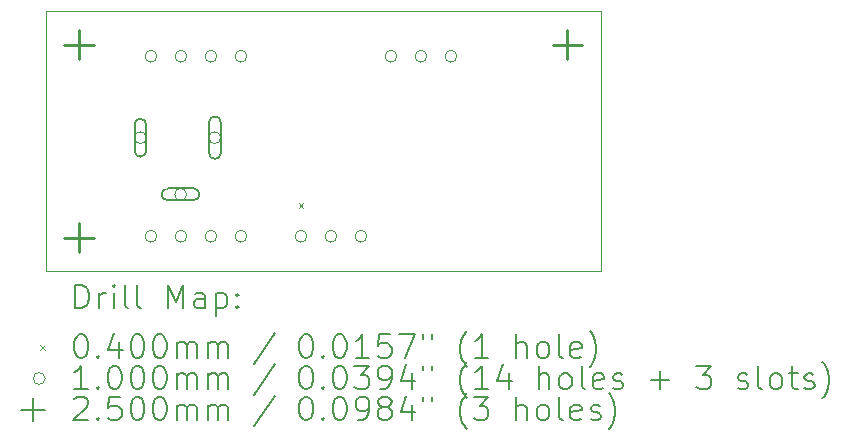
<source format=gbr>
%TF.GenerationSoftware,KiCad,Pcbnew,(6.0.8)*%
%TF.CreationDate,2022-11-18T22:41:02+01:00*%
%TF.ProjectId,Single-DCDC-Converter,53696e67-6c65-42d4-9443-44432d436f6e,rev?*%
%TF.SameCoordinates,Original*%
%TF.FileFunction,Drillmap*%
%TF.FilePolarity,Positive*%
%FSLAX45Y45*%
G04 Gerber Fmt 4.5, Leading zero omitted, Abs format (unit mm)*
G04 Created by KiCad (PCBNEW (6.0.8)) date 2022-11-18 22:41:02*
%MOMM*%
%LPD*%
G01*
G04 APERTURE LIST*
%ADD10C,0.100000*%
%ADD11C,0.200000*%
%ADD12C,0.040000*%
%ADD13C,0.250000*%
G04 APERTURE END LIST*
D10*
X11936620Y-5968820D02*
X7236620Y-5968820D01*
X7236620Y-5968820D02*
X7236620Y-8168820D01*
X7236620Y-8168820D02*
X11936620Y-8168820D01*
X11936620Y-8168820D02*
X11936620Y-5968820D01*
D11*
D12*
X9378000Y-7594920D02*
X9418000Y-7634920D01*
X9418000Y-7594920D02*
X9378000Y-7634920D01*
D10*
X8089020Y-7039380D02*
G75*
G03*
X8089020Y-7039380I-50000J0D01*
G01*
D11*
X7989020Y-6929380D02*
X7989020Y-7149380D01*
X8089020Y-6929380D02*
X8089020Y-7149380D01*
X7989020Y-7149380D02*
G75*
G03*
X8089020Y-7149380I50000J0D01*
G01*
X8089020Y-6929380D02*
G75*
G03*
X7989020Y-6929380I-50000J0D01*
G01*
D10*
X8178000Y-6350000D02*
G75*
G03*
X8178000Y-6350000I-50000J0D01*
G01*
X8178000Y-7874000D02*
G75*
G03*
X8178000Y-7874000I-50000J0D01*
G01*
X8429020Y-7519380D02*
G75*
G03*
X8429020Y-7519380I-50000J0D01*
G01*
D11*
X8489020Y-7469380D02*
X8269020Y-7469380D01*
X8489020Y-7569380D02*
X8269020Y-7569380D01*
X8269020Y-7469380D02*
G75*
G03*
X8269020Y-7569380I0J-50000D01*
G01*
X8489020Y-7569380D02*
G75*
G03*
X8489020Y-7469380I0J50000D01*
G01*
D10*
X8432000Y-6350000D02*
G75*
G03*
X8432000Y-6350000I-50000J0D01*
G01*
X8432000Y-7874000D02*
G75*
G03*
X8432000Y-7874000I-50000J0D01*
G01*
X8686000Y-6350000D02*
G75*
G03*
X8686000Y-6350000I-50000J0D01*
G01*
X8686000Y-7874000D02*
G75*
G03*
X8686000Y-7874000I-50000J0D01*
G01*
X8719020Y-7039380D02*
G75*
G03*
X8719020Y-7039380I-50000J0D01*
G01*
D11*
X8619020Y-6909380D02*
X8619020Y-7169380D01*
X8719020Y-6909380D02*
X8719020Y-7169380D01*
X8619020Y-7169380D02*
G75*
G03*
X8719020Y-7169380I50000J0D01*
G01*
X8719020Y-6909380D02*
G75*
G03*
X8619020Y-6909380I-50000J0D01*
G01*
D10*
X8940000Y-6350000D02*
G75*
G03*
X8940000Y-6350000I-50000J0D01*
G01*
X8940000Y-7874000D02*
G75*
G03*
X8940000Y-7874000I-50000J0D01*
G01*
X9448000Y-7874000D02*
G75*
G03*
X9448000Y-7874000I-50000J0D01*
G01*
X9702000Y-7874000D02*
G75*
G03*
X9702000Y-7874000I-50000J0D01*
G01*
X9956000Y-7874000D02*
G75*
G03*
X9956000Y-7874000I-50000J0D01*
G01*
X10210000Y-6350000D02*
G75*
G03*
X10210000Y-6350000I-50000J0D01*
G01*
X10464000Y-6350000D02*
G75*
G03*
X10464000Y-6350000I-50000J0D01*
G01*
X10718000Y-6350000D02*
G75*
G03*
X10718000Y-6350000I-50000J0D01*
G01*
D13*
X7520000Y-6127000D02*
X7520000Y-6377000D01*
X7395000Y-6252000D02*
X7645000Y-6252000D01*
X7520000Y-7761000D02*
X7520000Y-8011000D01*
X7395000Y-7886000D02*
X7645000Y-7886000D01*
X11653000Y-6127000D02*
X11653000Y-6377000D01*
X11528000Y-6252000D02*
X11778000Y-6252000D01*
D11*
X7489239Y-8484296D02*
X7489239Y-8284296D01*
X7536858Y-8284296D01*
X7565429Y-8293820D01*
X7584477Y-8312868D01*
X7594001Y-8331915D01*
X7603525Y-8370010D01*
X7603525Y-8398582D01*
X7594001Y-8436677D01*
X7584477Y-8455725D01*
X7565429Y-8474772D01*
X7536858Y-8484296D01*
X7489239Y-8484296D01*
X7689239Y-8484296D02*
X7689239Y-8350963D01*
X7689239Y-8389058D02*
X7698763Y-8370010D01*
X7708287Y-8360487D01*
X7727334Y-8350963D01*
X7746382Y-8350963D01*
X7813048Y-8484296D02*
X7813048Y-8350963D01*
X7813048Y-8284296D02*
X7803525Y-8293820D01*
X7813048Y-8303344D01*
X7822572Y-8293820D01*
X7813048Y-8284296D01*
X7813048Y-8303344D01*
X7936858Y-8484296D02*
X7917810Y-8474772D01*
X7908287Y-8455725D01*
X7908287Y-8284296D01*
X8041620Y-8484296D02*
X8022572Y-8474772D01*
X8013048Y-8455725D01*
X8013048Y-8284296D01*
X8270191Y-8484296D02*
X8270191Y-8284296D01*
X8336858Y-8427153D01*
X8403525Y-8284296D01*
X8403525Y-8484296D01*
X8584477Y-8484296D02*
X8584477Y-8379534D01*
X8574953Y-8360487D01*
X8555906Y-8350963D01*
X8517810Y-8350963D01*
X8498763Y-8360487D01*
X8584477Y-8474772D02*
X8565430Y-8484296D01*
X8517810Y-8484296D01*
X8498763Y-8474772D01*
X8489239Y-8455725D01*
X8489239Y-8436677D01*
X8498763Y-8417630D01*
X8517810Y-8408106D01*
X8565430Y-8408106D01*
X8584477Y-8398582D01*
X8679715Y-8350963D02*
X8679715Y-8550963D01*
X8679715Y-8360487D02*
X8698763Y-8350963D01*
X8736858Y-8350963D01*
X8755906Y-8360487D01*
X8765430Y-8370010D01*
X8774953Y-8389058D01*
X8774953Y-8446201D01*
X8765430Y-8465249D01*
X8755906Y-8474772D01*
X8736858Y-8484296D01*
X8698763Y-8484296D01*
X8679715Y-8474772D01*
X8860668Y-8465249D02*
X8870191Y-8474772D01*
X8860668Y-8484296D01*
X8851144Y-8474772D01*
X8860668Y-8465249D01*
X8860668Y-8484296D01*
X8860668Y-8360487D02*
X8870191Y-8370010D01*
X8860668Y-8379534D01*
X8851144Y-8370010D01*
X8860668Y-8360487D01*
X8860668Y-8379534D01*
D12*
X7191620Y-8793820D02*
X7231620Y-8833820D01*
X7231620Y-8793820D02*
X7191620Y-8833820D01*
D11*
X7527334Y-8704296D02*
X7546382Y-8704296D01*
X7565429Y-8713820D01*
X7574953Y-8723344D01*
X7584477Y-8742391D01*
X7594001Y-8780487D01*
X7594001Y-8828106D01*
X7584477Y-8866201D01*
X7574953Y-8885249D01*
X7565429Y-8894772D01*
X7546382Y-8904296D01*
X7527334Y-8904296D01*
X7508287Y-8894772D01*
X7498763Y-8885249D01*
X7489239Y-8866201D01*
X7479715Y-8828106D01*
X7479715Y-8780487D01*
X7489239Y-8742391D01*
X7498763Y-8723344D01*
X7508287Y-8713820D01*
X7527334Y-8704296D01*
X7679715Y-8885249D02*
X7689239Y-8894772D01*
X7679715Y-8904296D01*
X7670191Y-8894772D01*
X7679715Y-8885249D01*
X7679715Y-8904296D01*
X7860668Y-8770963D02*
X7860668Y-8904296D01*
X7813048Y-8694772D02*
X7765429Y-8837630D01*
X7889239Y-8837630D01*
X8003525Y-8704296D02*
X8022572Y-8704296D01*
X8041620Y-8713820D01*
X8051144Y-8723344D01*
X8060668Y-8742391D01*
X8070191Y-8780487D01*
X8070191Y-8828106D01*
X8060668Y-8866201D01*
X8051144Y-8885249D01*
X8041620Y-8894772D01*
X8022572Y-8904296D01*
X8003525Y-8904296D01*
X7984477Y-8894772D01*
X7974953Y-8885249D01*
X7965429Y-8866201D01*
X7955906Y-8828106D01*
X7955906Y-8780487D01*
X7965429Y-8742391D01*
X7974953Y-8723344D01*
X7984477Y-8713820D01*
X8003525Y-8704296D01*
X8194001Y-8704296D02*
X8213048Y-8704296D01*
X8232096Y-8713820D01*
X8241620Y-8723344D01*
X8251144Y-8742391D01*
X8260668Y-8780487D01*
X8260668Y-8828106D01*
X8251144Y-8866201D01*
X8241620Y-8885249D01*
X8232096Y-8894772D01*
X8213048Y-8904296D01*
X8194001Y-8904296D01*
X8174953Y-8894772D01*
X8165429Y-8885249D01*
X8155906Y-8866201D01*
X8146382Y-8828106D01*
X8146382Y-8780487D01*
X8155906Y-8742391D01*
X8165429Y-8723344D01*
X8174953Y-8713820D01*
X8194001Y-8704296D01*
X8346382Y-8904296D02*
X8346382Y-8770963D01*
X8346382Y-8790010D02*
X8355906Y-8780487D01*
X8374953Y-8770963D01*
X8403525Y-8770963D01*
X8422572Y-8780487D01*
X8432096Y-8799534D01*
X8432096Y-8904296D01*
X8432096Y-8799534D02*
X8441620Y-8780487D01*
X8460668Y-8770963D01*
X8489239Y-8770963D01*
X8508287Y-8780487D01*
X8517810Y-8799534D01*
X8517810Y-8904296D01*
X8613049Y-8904296D02*
X8613049Y-8770963D01*
X8613049Y-8790010D02*
X8622572Y-8780487D01*
X8641620Y-8770963D01*
X8670191Y-8770963D01*
X8689239Y-8780487D01*
X8698763Y-8799534D01*
X8698763Y-8904296D01*
X8698763Y-8799534D02*
X8708287Y-8780487D01*
X8727334Y-8770963D01*
X8755906Y-8770963D01*
X8774953Y-8780487D01*
X8784477Y-8799534D01*
X8784477Y-8904296D01*
X9174953Y-8694772D02*
X9003525Y-8951915D01*
X9432096Y-8704296D02*
X9451144Y-8704296D01*
X9470191Y-8713820D01*
X9479715Y-8723344D01*
X9489239Y-8742391D01*
X9498763Y-8780487D01*
X9498763Y-8828106D01*
X9489239Y-8866201D01*
X9479715Y-8885249D01*
X9470191Y-8894772D01*
X9451144Y-8904296D01*
X9432096Y-8904296D01*
X9413049Y-8894772D01*
X9403525Y-8885249D01*
X9394001Y-8866201D01*
X9384477Y-8828106D01*
X9384477Y-8780487D01*
X9394001Y-8742391D01*
X9403525Y-8723344D01*
X9413049Y-8713820D01*
X9432096Y-8704296D01*
X9584477Y-8885249D02*
X9594001Y-8894772D01*
X9584477Y-8904296D01*
X9574953Y-8894772D01*
X9584477Y-8885249D01*
X9584477Y-8904296D01*
X9717810Y-8704296D02*
X9736858Y-8704296D01*
X9755906Y-8713820D01*
X9765430Y-8723344D01*
X9774953Y-8742391D01*
X9784477Y-8780487D01*
X9784477Y-8828106D01*
X9774953Y-8866201D01*
X9765430Y-8885249D01*
X9755906Y-8894772D01*
X9736858Y-8904296D01*
X9717810Y-8904296D01*
X9698763Y-8894772D01*
X9689239Y-8885249D01*
X9679715Y-8866201D01*
X9670191Y-8828106D01*
X9670191Y-8780487D01*
X9679715Y-8742391D01*
X9689239Y-8723344D01*
X9698763Y-8713820D01*
X9717810Y-8704296D01*
X9974953Y-8904296D02*
X9860668Y-8904296D01*
X9917810Y-8904296D02*
X9917810Y-8704296D01*
X9898763Y-8732868D01*
X9879715Y-8751915D01*
X9860668Y-8761439D01*
X10155906Y-8704296D02*
X10060668Y-8704296D01*
X10051144Y-8799534D01*
X10060668Y-8790010D01*
X10079715Y-8780487D01*
X10127334Y-8780487D01*
X10146382Y-8790010D01*
X10155906Y-8799534D01*
X10165430Y-8818582D01*
X10165430Y-8866201D01*
X10155906Y-8885249D01*
X10146382Y-8894772D01*
X10127334Y-8904296D01*
X10079715Y-8904296D01*
X10060668Y-8894772D01*
X10051144Y-8885249D01*
X10232096Y-8704296D02*
X10365430Y-8704296D01*
X10279715Y-8904296D01*
X10432096Y-8704296D02*
X10432096Y-8742391D01*
X10508287Y-8704296D02*
X10508287Y-8742391D01*
X10803525Y-8980487D02*
X10794001Y-8970963D01*
X10774953Y-8942391D01*
X10765430Y-8923344D01*
X10755906Y-8894772D01*
X10746382Y-8847153D01*
X10746382Y-8809058D01*
X10755906Y-8761439D01*
X10765430Y-8732868D01*
X10774953Y-8713820D01*
X10794001Y-8685249D01*
X10803525Y-8675725D01*
X10984477Y-8904296D02*
X10870191Y-8904296D01*
X10927334Y-8904296D02*
X10927334Y-8704296D01*
X10908287Y-8732868D01*
X10889239Y-8751915D01*
X10870191Y-8761439D01*
X11222572Y-8904296D02*
X11222572Y-8704296D01*
X11308287Y-8904296D02*
X11308287Y-8799534D01*
X11298763Y-8780487D01*
X11279715Y-8770963D01*
X11251144Y-8770963D01*
X11232096Y-8780487D01*
X11222572Y-8790010D01*
X11432096Y-8904296D02*
X11413048Y-8894772D01*
X11403525Y-8885249D01*
X11394001Y-8866201D01*
X11394001Y-8809058D01*
X11403525Y-8790010D01*
X11413048Y-8780487D01*
X11432096Y-8770963D01*
X11460668Y-8770963D01*
X11479715Y-8780487D01*
X11489239Y-8790010D01*
X11498763Y-8809058D01*
X11498763Y-8866201D01*
X11489239Y-8885249D01*
X11479715Y-8894772D01*
X11460668Y-8904296D01*
X11432096Y-8904296D01*
X11613048Y-8904296D02*
X11594001Y-8894772D01*
X11584477Y-8875725D01*
X11584477Y-8704296D01*
X11765429Y-8894772D02*
X11746382Y-8904296D01*
X11708287Y-8904296D01*
X11689239Y-8894772D01*
X11679715Y-8875725D01*
X11679715Y-8799534D01*
X11689239Y-8780487D01*
X11708287Y-8770963D01*
X11746382Y-8770963D01*
X11765429Y-8780487D01*
X11774953Y-8799534D01*
X11774953Y-8818582D01*
X11679715Y-8837630D01*
X11841620Y-8980487D02*
X11851144Y-8970963D01*
X11870191Y-8942391D01*
X11879715Y-8923344D01*
X11889239Y-8894772D01*
X11898763Y-8847153D01*
X11898763Y-8809058D01*
X11889239Y-8761439D01*
X11879715Y-8732868D01*
X11870191Y-8713820D01*
X11851144Y-8685249D01*
X11841620Y-8675725D01*
D10*
X7231620Y-9077820D02*
G75*
G03*
X7231620Y-9077820I-50000J0D01*
G01*
D11*
X7594001Y-9168296D02*
X7479715Y-9168296D01*
X7536858Y-9168296D02*
X7536858Y-8968296D01*
X7517810Y-8996868D01*
X7498763Y-9015915D01*
X7479715Y-9025439D01*
X7679715Y-9149249D02*
X7689239Y-9158772D01*
X7679715Y-9168296D01*
X7670191Y-9158772D01*
X7679715Y-9149249D01*
X7679715Y-9168296D01*
X7813048Y-8968296D02*
X7832096Y-8968296D01*
X7851144Y-8977820D01*
X7860668Y-8987344D01*
X7870191Y-9006391D01*
X7879715Y-9044487D01*
X7879715Y-9092106D01*
X7870191Y-9130201D01*
X7860668Y-9149249D01*
X7851144Y-9158772D01*
X7832096Y-9168296D01*
X7813048Y-9168296D01*
X7794001Y-9158772D01*
X7784477Y-9149249D01*
X7774953Y-9130201D01*
X7765429Y-9092106D01*
X7765429Y-9044487D01*
X7774953Y-9006391D01*
X7784477Y-8987344D01*
X7794001Y-8977820D01*
X7813048Y-8968296D01*
X8003525Y-8968296D02*
X8022572Y-8968296D01*
X8041620Y-8977820D01*
X8051144Y-8987344D01*
X8060668Y-9006391D01*
X8070191Y-9044487D01*
X8070191Y-9092106D01*
X8060668Y-9130201D01*
X8051144Y-9149249D01*
X8041620Y-9158772D01*
X8022572Y-9168296D01*
X8003525Y-9168296D01*
X7984477Y-9158772D01*
X7974953Y-9149249D01*
X7965429Y-9130201D01*
X7955906Y-9092106D01*
X7955906Y-9044487D01*
X7965429Y-9006391D01*
X7974953Y-8987344D01*
X7984477Y-8977820D01*
X8003525Y-8968296D01*
X8194001Y-8968296D02*
X8213048Y-8968296D01*
X8232096Y-8977820D01*
X8241620Y-8987344D01*
X8251144Y-9006391D01*
X8260668Y-9044487D01*
X8260668Y-9092106D01*
X8251144Y-9130201D01*
X8241620Y-9149249D01*
X8232096Y-9158772D01*
X8213048Y-9168296D01*
X8194001Y-9168296D01*
X8174953Y-9158772D01*
X8165429Y-9149249D01*
X8155906Y-9130201D01*
X8146382Y-9092106D01*
X8146382Y-9044487D01*
X8155906Y-9006391D01*
X8165429Y-8987344D01*
X8174953Y-8977820D01*
X8194001Y-8968296D01*
X8346382Y-9168296D02*
X8346382Y-9034963D01*
X8346382Y-9054010D02*
X8355906Y-9044487D01*
X8374953Y-9034963D01*
X8403525Y-9034963D01*
X8422572Y-9044487D01*
X8432096Y-9063534D01*
X8432096Y-9168296D01*
X8432096Y-9063534D02*
X8441620Y-9044487D01*
X8460668Y-9034963D01*
X8489239Y-9034963D01*
X8508287Y-9044487D01*
X8517810Y-9063534D01*
X8517810Y-9168296D01*
X8613049Y-9168296D02*
X8613049Y-9034963D01*
X8613049Y-9054010D02*
X8622572Y-9044487D01*
X8641620Y-9034963D01*
X8670191Y-9034963D01*
X8689239Y-9044487D01*
X8698763Y-9063534D01*
X8698763Y-9168296D01*
X8698763Y-9063534D02*
X8708287Y-9044487D01*
X8727334Y-9034963D01*
X8755906Y-9034963D01*
X8774953Y-9044487D01*
X8784477Y-9063534D01*
X8784477Y-9168296D01*
X9174953Y-8958772D02*
X9003525Y-9215915D01*
X9432096Y-8968296D02*
X9451144Y-8968296D01*
X9470191Y-8977820D01*
X9479715Y-8987344D01*
X9489239Y-9006391D01*
X9498763Y-9044487D01*
X9498763Y-9092106D01*
X9489239Y-9130201D01*
X9479715Y-9149249D01*
X9470191Y-9158772D01*
X9451144Y-9168296D01*
X9432096Y-9168296D01*
X9413049Y-9158772D01*
X9403525Y-9149249D01*
X9394001Y-9130201D01*
X9384477Y-9092106D01*
X9384477Y-9044487D01*
X9394001Y-9006391D01*
X9403525Y-8987344D01*
X9413049Y-8977820D01*
X9432096Y-8968296D01*
X9584477Y-9149249D02*
X9594001Y-9158772D01*
X9584477Y-9168296D01*
X9574953Y-9158772D01*
X9584477Y-9149249D01*
X9584477Y-9168296D01*
X9717810Y-8968296D02*
X9736858Y-8968296D01*
X9755906Y-8977820D01*
X9765430Y-8987344D01*
X9774953Y-9006391D01*
X9784477Y-9044487D01*
X9784477Y-9092106D01*
X9774953Y-9130201D01*
X9765430Y-9149249D01*
X9755906Y-9158772D01*
X9736858Y-9168296D01*
X9717810Y-9168296D01*
X9698763Y-9158772D01*
X9689239Y-9149249D01*
X9679715Y-9130201D01*
X9670191Y-9092106D01*
X9670191Y-9044487D01*
X9679715Y-9006391D01*
X9689239Y-8987344D01*
X9698763Y-8977820D01*
X9717810Y-8968296D01*
X9851144Y-8968296D02*
X9974953Y-8968296D01*
X9908287Y-9044487D01*
X9936858Y-9044487D01*
X9955906Y-9054010D01*
X9965430Y-9063534D01*
X9974953Y-9082582D01*
X9974953Y-9130201D01*
X9965430Y-9149249D01*
X9955906Y-9158772D01*
X9936858Y-9168296D01*
X9879715Y-9168296D01*
X9860668Y-9158772D01*
X9851144Y-9149249D01*
X10070191Y-9168296D02*
X10108287Y-9168296D01*
X10127334Y-9158772D01*
X10136858Y-9149249D01*
X10155906Y-9120677D01*
X10165430Y-9082582D01*
X10165430Y-9006391D01*
X10155906Y-8987344D01*
X10146382Y-8977820D01*
X10127334Y-8968296D01*
X10089239Y-8968296D01*
X10070191Y-8977820D01*
X10060668Y-8987344D01*
X10051144Y-9006391D01*
X10051144Y-9054010D01*
X10060668Y-9073058D01*
X10070191Y-9082582D01*
X10089239Y-9092106D01*
X10127334Y-9092106D01*
X10146382Y-9082582D01*
X10155906Y-9073058D01*
X10165430Y-9054010D01*
X10336858Y-9034963D02*
X10336858Y-9168296D01*
X10289239Y-8958772D02*
X10241620Y-9101630D01*
X10365430Y-9101630D01*
X10432096Y-8968296D02*
X10432096Y-9006391D01*
X10508287Y-8968296D02*
X10508287Y-9006391D01*
X10803525Y-9244487D02*
X10794001Y-9234963D01*
X10774953Y-9206391D01*
X10765430Y-9187344D01*
X10755906Y-9158772D01*
X10746382Y-9111153D01*
X10746382Y-9073058D01*
X10755906Y-9025439D01*
X10765430Y-8996868D01*
X10774953Y-8977820D01*
X10794001Y-8949249D01*
X10803525Y-8939725D01*
X10984477Y-9168296D02*
X10870191Y-9168296D01*
X10927334Y-9168296D02*
X10927334Y-8968296D01*
X10908287Y-8996868D01*
X10889239Y-9015915D01*
X10870191Y-9025439D01*
X11155906Y-9034963D02*
X11155906Y-9168296D01*
X11108287Y-8958772D02*
X11060668Y-9101630D01*
X11184477Y-9101630D01*
X11413048Y-9168296D02*
X11413048Y-8968296D01*
X11498763Y-9168296D02*
X11498763Y-9063534D01*
X11489239Y-9044487D01*
X11470191Y-9034963D01*
X11441620Y-9034963D01*
X11422572Y-9044487D01*
X11413048Y-9054010D01*
X11622572Y-9168296D02*
X11603525Y-9158772D01*
X11594001Y-9149249D01*
X11584477Y-9130201D01*
X11584477Y-9073058D01*
X11594001Y-9054010D01*
X11603525Y-9044487D01*
X11622572Y-9034963D01*
X11651144Y-9034963D01*
X11670191Y-9044487D01*
X11679715Y-9054010D01*
X11689239Y-9073058D01*
X11689239Y-9130201D01*
X11679715Y-9149249D01*
X11670191Y-9158772D01*
X11651144Y-9168296D01*
X11622572Y-9168296D01*
X11803525Y-9168296D02*
X11784477Y-9158772D01*
X11774953Y-9139725D01*
X11774953Y-8968296D01*
X11955906Y-9158772D02*
X11936858Y-9168296D01*
X11898763Y-9168296D01*
X11879715Y-9158772D01*
X11870191Y-9139725D01*
X11870191Y-9063534D01*
X11879715Y-9044487D01*
X11898763Y-9034963D01*
X11936858Y-9034963D01*
X11955906Y-9044487D01*
X11965429Y-9063534D01*
X11965429Y-9082582D01*
X11870191Y-9101630D01*
X12041620Y-9158772D02*
X12060668Y-9168296D01*
X12098763Y-9168296D01*
X12117810Y-9158772D01*
X12127334Y-9139725D01*
X12127334Y-9130201D01*
X12117810Y-9111153D01*
X12098763Y-9101630D01*
X12070191Y-9101630D01*
X12051144Y-9092106D01*
X12041620Y-9073058D01*
X12041620Y-9063534D01*
X12051144Y-9044487D01*
X12070191Y-9034963D01*
X12098763Y-9034963D01*
X12117810Y-9044487D01*
X12365429Y-9092106D02*
X12517810Y-9092106D01*
X12441620Y-9168296D02*
X12441620Y-9015915D01*
X12746382Y-8968296D02*
X12870191Y-8968296D01*
X12803525Y-9044487D01*
X12832096Y-9044487D01*
X12851144Y-9054010D01*
X12860668Y-9063534D01*
X12870191Y-9082582D01*
X12870191Y-9130201D01*
X12860668Y-9149249D01*
X12851144Y-9158772D01*
X12832096Y-9168296D01*
X12774953Y-9168296D01*
X12755906Y-9158772D01*
X12746382Y-9149249D01*
X13098763Y-9158772D02*
X13117810Y-9168296D01*
X13155906Y-9168296D01*
X13174953Y-9158772D01*
X13184477Y-9139725D01*
X13184477Y-9130201D01*
X13174953Y-9111153D01*
X13155906Y-9101630D01*
X13127334Y-9101630D01*
X13108287Y-9092106D01*
X13098763Y-9073058D01*
X13098763Y-9063534D01*
X13108287Y-9044487D01*
X13127334Y-9034963D01*
X13155906Y-9034963D01*
X13174953Y-9044487D01*
X13298763Y-9168296D02*
X13279715Y-9158772D01*
X13270191Y-9139725D01*
X13270191Y-8968296D01*
X13403525Y-9168296D02*
X13384477Y-9158772D01*
X13374953Y-9149249D01*
X13365429Y-9130201D01*
X13365429Y-9073058D01*
X13374953Y-9054010D01*
X13384477Y-9044487D01*
X13403525Y-9034963D01*
X13432096Y-9034963D01*
X13451144Y-9044487D01*
X13460668Y-9054010D01*
X13470191Y-9073058D01*
X13470191Y-9130201D01*
X13460668Y-9149249D01*
X13451144Y-9158772D01*
X13432096Y-9168296D01*
X13403525Y-9168296D01*
X13527334Y-9034963D02*
X13603525Y-9034963D01*
X13555906Y-8968296D02*
X13555906Y-9139725D01*
X13565429Y-9158772D01*
X13584477Y-9168296D01*
X13603525Y-9168296D01*
X13660668Y-9158772D02*
X13679715Y-9168296D01*
X13717810Y-9168296D01*
X13736858Y-9158772D01*
X13746382Y-9139725D01*
X13746382Y-9130201D01*
X13736858Y-9111153D01*
X13717810Y-9101630D01*
X13689239Y-9101630D01*
X13670191Y-9092106D01*
X13660668Y-9073058D01*
X13660668Y-9063534D01*
X13670191Y-9044487D01*
X13689239Y-9034963D01*
X13717810Y-9034963D01*
X13736858Y-9044487D01*
X13813048Y-9244487D02*
X13822572Y-9234963D01*
X13841620Y-9206391D01*
X13851144Y-9187344D01*
X13860668Y-9158772D01*
X13870191Y-9111153D01*
X13870191Y-9073058D01*
X13860668Y-9025439D01*
X13851144Y-8996868D01*
X13841620Y-8977820D01*
X13822572Y-8949249D01*
X13813048Y-8939725D01*
X7131620Y-9241820D02*
X7131620Y-9441820D01*
X7031620Y-9341820D02*
X7231620Y-9341820D01*
X7479715Y-9251344D02*
X7489239Y-9241820D01*
X7508287Y-9232296D01*
X7555906Y-9232296D01*
X7574953Y-9241820D01*
X7584477Y-9251344D01*
X7594001Y-9270391D01*
X7594001Y-9289439D01*
X7584477Y-9318010D01*
X7470191Y-9432296D01*
X7594001Y-9432296D01*
X7679715Y-9413249D02*
X7689239Y-9422772D01*
X7679715Y-9432296D01*
X7670191Y-9422772D01*
X7679715Y-9413249D01*
X7679715Y-9432296D01*
X7870191Y-9232296D02*
X7774953Y-9232296D01*
X7765429Y-9327534D01*
X7774953Y-9318010D01*
X7794001Y-9308487D01*
X7841620Y-9308487D01*
X7860668Y-9318010D01*
X7870191Y-9327534D01*
X7879715Y-9346582D01*
X7879715Y-9394201D01*
X7870191Y-9413249D01*
X7860668Y-9422772D01*
X7841620Y-9432296D01*
X7794001Y-9432296D01*
X7774953Y-9422772D01*
X7765429Y-9413249D01*
X8003525Y-9232296D02*
X8022572Y-9232296D01*
X8041620Y-9241820D01*
X8051144Y-9251344D01*
X8060668Y-9270391D01*
X8070191Y-9308487D01*
X8070191Y-9356106D01*
X8060668Y-9394201D01*
X8051144Y-9413249D01*
X8041620Y-9422772D01*
X8022572Y-9432296D01*
X8003525Y-9432296D01*
X7984477Y-9422772D01*
X7974953Y-9413249D01*
X7965429Y-9394201D01*
X7955906Y-9356106D01*
X7955906Y-9308487D01*
X7965429Y-9270391D01*
X7974953Y-9251344D01*
X7984477Y-9241820D01*
X8003525Y-9232296D01*
X8194001Y-9232296D02*
X8213048Y-9232296D01*
X8232096Y-9241820D01*
X8241620Y-9251344D01*
X8251144Y-9270391D01*
X8260668Y-9308487D01*
X8260668Y-9356106D01*
X8251144Y-9394201D01*
X8241620Y-9413249D01*
X8232096Y-9422772D01*
X8213048Y-9432296D01*
X8194001Y-9432296D01*
X8174953Y-9422772D01*
X8165429Y-9413249D01*
X8155906Y-9394201D01*
X8146382Y-9356106D01*
X8146382Y-9308487D01*
X8155906Y-9270391D01*
X8165429Y-9251344D01*
X8174953Y-9241820D01*
X8194001Y-9232296D01*
X8346382Y-9432296D02*
X8346382Y-9298963D01*
X8346382Y-9318010D02*
X8355906Y-9308487D01*
X8374953Y-9298963D01*
X8403525Y-9298963D01*
X8422572Y-9308487D01*
X8432096Y-9327534D01*
X8432096Y-9432296D01*
X8432096Y-9327534D02*
X8441620Y-9308487D01*
X8460668Y-9298963D01*
X8489239Y-9298963D01*
X8508287Y-9308487D01*
X8517810Y-9327534D01*
X8517810Y-9432296D01*
X8613049Y-9432296D02*
X8613049Y-9298963D01*
X8613049Y-9318010D02*
X8622572Y-9308487D01*
X8641620Y-9298963D01*
X8670191Y-9298963D01*
X8689239Y-9308487D01*
X8698763Y-9327534D01*
X8698763Y-9432296D01*
X8698763Y-9327534D02*
X8708287Y-9308487D01*
X8727334Y-9298963D01*
X8755906Y-9298963D01*
X8774953Y-9308487D01*
X8784477Y-9327534D01*
X8784477Y-9432296D01*
X9174953Y-9222772D02*
X9003525Y-9479915D01*
X9432096Y-9232296D02*
X9451144Y-9232296D01*
X9470191Y-9241820D01*
X9479715Y-9251344D01*
X9489239Y-9270391D01*
X9498763Y-9308487D01*
X9498763Y-9356106D01*
X9489239Y-9394201D01*
X9479715Y-9413249D01*
X9470191Y-9422772D01*
X9451144Y-9432296D01*
X9432096Y-9432296D01*
X9413049Y-9422772D01*
X9403525Y-9413249D01*
X9394001Y-9394201D01*
X9384477Y-9356106D01*
X9384477Y-9308487D01*
X9394001Y-9270391D01*
X9403525Y-9251344D01*
X9413049Y-9241820D01*
X9432096Y-9232296D01*
X9584477Y-9413249D02*
X9594001Y-9422772D01*
X9584477Y-9432296D01*
X9574953Y-9422772D01*
X9584477Y-9413249D01*
X9584477Y-9432296D01*
X9717810Y-9232296D02*
X9736858Y-9232296D01*
X9755906Y-9241820D01*
X9765430Y-9251344D01*
X9774953Y-9270391D01*
X9784477Y-9308487D01*
X9784477Y-9356106D01*
X9774953Y-9394201D01*
X9765430Y-9413249D01*
X9755906Y-9422772D01*
X9736858Y-9432296D01*
X9717810Y-9432296D01*
X9698763Y-9422772D01*
X9689239Y-9413249D01*
X9679715Y-9394201D01*
X9670191Y-9356106D01*
X9670191Y-9308487D01*
X9679715Y-9270391D01*
X9689239Y-9251344D01*
X9698763Y-9241820D01*
X9717810Y-9232296D01*
X9879715Y-9432296D02*
X9917810Y-9432296D01*
X9936858Y-9422772D01*
X9946382Y-9413249D01*
X9965430Y-9384677D01*
X9974953Y-9346582D01*
X9974953Y-9270391D01*
X9965430Y-9251344D01*
X9955906Y-9241820D01*
X9936858Y-9232296D01*
X9898763Y-9232296D01*
X9879715Y-9241820D01*
X9870191Y-9251344D01*
X9860668Y-9270391D01*
X9860668Y-9318010D01*
X9870191Y-9337058D01*
X9879715Y-9346582D01*
X9898763Y-9356106D01*
X9936858Y-9356106D01*
X9955906Y-9346582D01*
X9965430Y-9337058D01*
X9974953Y-9318010D01*
X10089239Y-9318010D02*
X10070191Y-9308487D01*
X10060668Y-9298963D01*
X10051144Y-9279915D01*
X10051144Y-9270391D01*
X10060668Y-9251344D01*
X10070191Y-9241820D01*
X10089239Y-9232296D01*
X10127334Y-9232296D01*
X10146382Y-9241820D01*
X10155906Y-9251344D01*
X10165430Y-9270391D01*
X10165430Y-9279915D01*
X10155906Y-9298963D01*
X10146382Y-9308487D01*
X10127334Y-9318010D01*
X10089239Y-9318010D01*
X10070191Y-9327534D01*
X10060668Y-9337058D01*
X10051144Y-9356106D01*
X10051144Y-9394201D01*
X10060668Y-9413249D01*
X10070191Y-9422772D01*
X10089239Y-9432296D01*
X10127334Y-9432296D01*
X10146382Y-9422772D01*
X10155906Y-9413249D01*
X10165430Y-9394201D01*
X10165430Y-9356106D01*
X10155906Y-9337058D01*
X10146382Y-9327534D01*
X10127334Y-9318010D01*
X10336858Y-9298963D02*
X10336858Y-9432296D01*
X10289239Y-9222772D02*
X10241620Y-9365630D01*
X10365430Y-9365630D01*
X10432096Y-9232296D02*
X10432096Y-9270391D01*
X10508287Y-9232296D02*
X10508287Y-9270391D01*
X10803525Y-9508487D02*
X10794001Y-9498963D01*
X10774953Y-9470391D01*
X10765430Y-9451344D01*
X10755906Y-9422772D01*
X10746382Y-9375153D01*
X10746382Y-9337058D01*
X10755906Y-9289439D01*
X10765430Y-9260868D01*
X10774953Y-9241820D01*
X10794001Y-9213249D01*
X10803525Y-9203725D01*
X10860668Y-9232296D02*
X10984477Y-9232296D01*
X10917810Y-9308487D01*
X10946382Y-9308487D01*
X10965430Y-9318010D01*
X10974953Y-9327534D01*
X10984477Y-9346582D01*
X10984477Y-9394201D01*
X10974953Y-9413249D01*
X10965430Y-9422772D01*
X10946382Y-9432296D01*
X10889239Y-9432296D01*
X10870191Y-9422772D01*
X10860668Y-9413249D01*
X11222572Y-9432296D02*
X11222572Y-9232296D01*
X11308287Y-9432296D02*
X11308287Y-9327534D01*
X11298763Y-9308487D01*
X11279715Y-9298963D01*
X11251144Y-9298963D01*
X11232096Y-9308487D01*
X11222572Y-9318010D01*
X11432096Y-9432296D02*
X11413048Y-9422772D01*
X11403525Y-9413249D01*
X11394001Y-9394201D01*
X11394001Y-9337058D01*
X11403525Y-9318010D01*
X11413048Y-9308487D01*
X11432096Y-9298963D01*
X11460668Y-9298963D01*
X11479715Y-9308487D01*
X11489239Y-9318010D01*
X11498763Y-9337058D01*
X11498763Y-9394201D01*
X11489239Y-9413249D01*
X11479715Y-9422772D01*
X11460668Y-9432296D01*
X11432096Y-9432296D01*
X11613048Y-9432296D02*
X11594001Y-9422772D01*
X11584477Y-9403725D01*
X11584477Y-9232296D01*
X11765429Y-9422772D02*
X11746382Y-9432296D01*
X11708287Y-9432296D01*
X11689239Y-9422772D01*
X11679715Y-9403725D01*
X11679715Y-9327534D01*
X11689239Y-9308487D01*
X11708287Y-9298963D01*
X11746382Y-9298963D01*
X11765429Y-9308487D01*
X11774953Y-9327534D01*
X11774953Y-9346582D01*
X11679715Y-9365630D01*
X11851144Y-9422772D02*
X11870191Y-9432296D01*
X11908287Y-9432296D01*
X11927334Y-9422772D01*
X11936858Y-9403725D01*
X11936858Y-9394201D01*
X11927334Y-9375153D01*
X11908287Y-9365630D01*
X11879715Y-9365630D01*
X11860668Y-9356106D01*
X11851144Y-9337058D01*
X11851144Y-9327534D01*
X11860668Y-9308487D01*
X11879715Y-9298963D01*
X11908287Y-9298963D01*
X11927334Y-9308487D01*
X12003525Y-9508487D02*
X12013048Y-9498963D01*
X12032096Y-9470391D01*
X12041620Y-9451344D01*
X12051144Y-9422772D01*
X12060668Y-9375153D01*
X12060668Y-9337058D01*
X12051144Y-9289439D01*
X12041620Y-9260868D01*
X12032096Y-9241820D01*
X12013048Y-9213249D01*
X12003525Y-9203725D01*
M02*

</source>
